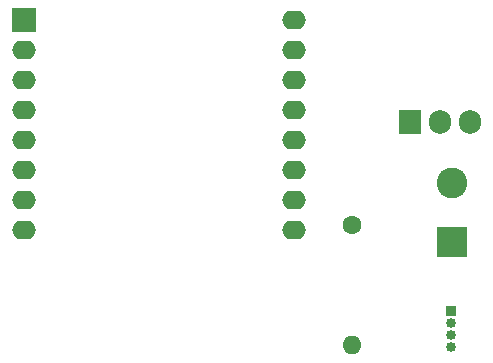
<source format=gtl>
%TF.GenerationSoftware,KiCad,Pcbnew,8.0.1*%
%TF.CreationDate,2024-04-11T07:46:25+08:00*%
%TF.ProjectId,input-nodes,696e7075-742d-46e6-9f64-65732e6b6963,rev?*%
%TF.SameCoordinates,Original*%
%TF.FileFunction,Copper,L1,Top*%
%TF.FilePolarity,Positive*%
%FSLAX46Y46*%
G04 Gerber Fmt 4.6, Leading zero omitted, Abs format (unit mm)*
G04 Created by KiCad (PCBNEW 8.0.1) date 2024-04-11 07:46:25*
%MOMM*%
%LPD*%
G01*
G04 APERTURE LIST*
%TA.AperFunction,ComponentPad*%
%ADD10C,1.600000*%
%TD*%
%TA.AperFunction,ComponentPad*%
%ADD11O,1.600000X1.600000*%
%TD*%
%TA.AperFunction,ComponentPad*%
%ADD12R,1.905000X2.000000*%
%TD*%
%TA.AperFunction,ComponentPad*%
%ADD13O,1.905000X2.000000*%
%TD*%
%TA.AperFunction,ComponentPad*%
%ADD14R,0.850000X0.850000*%
%TD*%
%TA.AperFunction,ComponentPad*%
%ADD15O,0.850000X0.850000*%
%TD*%
%TA.AperFunction,ComponentPad*%
%ADD16R,2.600000X2.600000*%
%TD*%
%TA.AperFunction,ComponentPad*%
%ADD17C,2.600000*%
%TD*%
%TA.AperFunction,ComponentPad*%
%ADD18R,2.000000X2.000000*%
%TD*%
%TA.AperFunction,ComponentPad*%
%ADD19O,2.000000X1.600000*%
%TD*%
G04 APERTURE END LIST*
D10*
X121575000Y-106000000D03*
D11*
X121575000Y-116160000D03*
D12*
X126490000Y-97250000D03*
D13*
X129030000Y-97250000D03*
X131570000Y-97250000D03*
D14*
X129950000Y-113300000D03*
D15*
X129950000Y-114300000D03*
X129950000Y-115300000D03*
X129950000Y-116300000D03*
D16*
X130030000Y-107455000D03*
D17*
X130030000Y-102455000D03*
D18*
X93765000Y-88670000D03*
D19*
X93765000Y-91210000D03*
X93765000Y-93750000D03*
X93765000Y-96290000D03*
X93765000Y-98830000D03*
X93765000Y-101370000D03*
X93765000Y-103910000D03*
X93765000Y-106450000D03*
X116625000Y-106450000D03*
X116625000Y-103910000D03*
X116625000Y-101370000D03*
X116625000Y-98830000D03*
X116625000Y-96290000D03*
X116625000Y-93750000D03*
X116625000Y-91210000D03*
X116625000Y-88670000D03*
M02*

</source>
